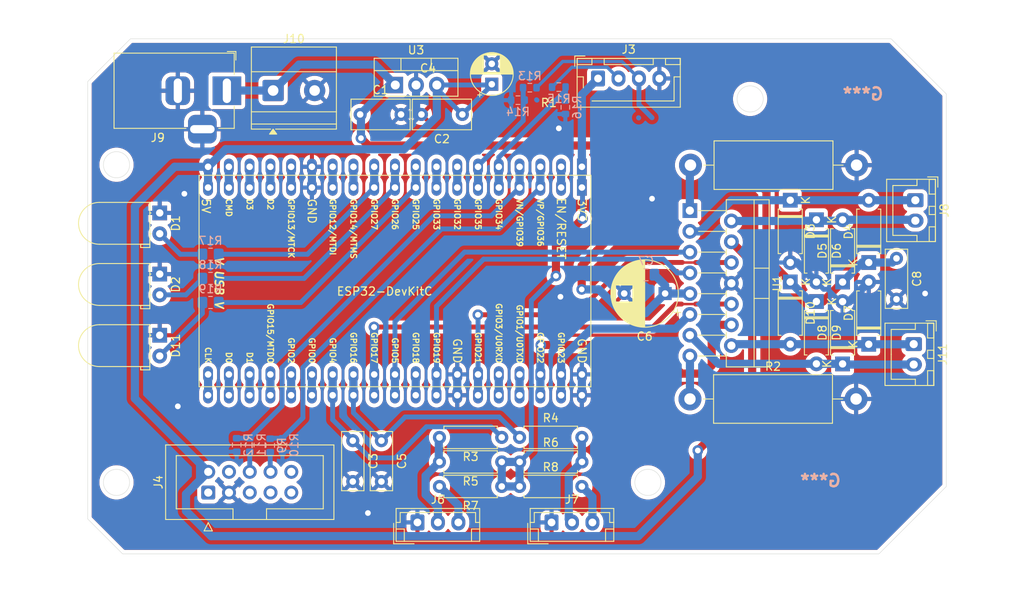
<source format=kicad_pcb>
(kicad_pcb (version 20241229) (generator "pcbnew") (generator_version "9.0")
  (layers (0 "F.Cu" signal) (2 "B.Cu" signal) (13 "F.Paste" user) (15 "B.Paste" user) (5 "F.SilkS" user "F.Silkscreen") (7 "B.SilkS" user "B.Silkscreen") (1 "F.Mask" user) (3 "B.Mask" user) (25 "Edge.Cuts" user))
  (net 0 "")
  (net 1 "GND")
  (net 2 "+12V")
  (net 3 "+5V")
  (net 4 "/azi.home")
  (net 5 "/ele.home")
  (net 6 "Net-(D1-A)")
  (net 7 "Net-(D2-A)")
  (net 8 "/Motor1.neg")
  (net 9 "/Motor1.pos")
  (net 10 "/Motor2.neg")
  (net 11 "/Motor2.pos")
  (net 12 "Net-(D11-A)")
  (net 13 "+3V3")
  (net 14 "/ele.A")
  (net 15 "/ele.B")
  (net 16 "/azi.A")
  (net 19 "/azi.B")
  (net 20 "/azi.index")
  (net 24 "/Manuel_Misc")
  (net 25 "/Manuel_down")
  (net 26 "/Manuel_Mode")
  (net 27 "/Manuel_up")
  (net 28 "/Manuel_right")
  (net 29 "/Manuel_left")
  (net 30 "Net-(J6-Pin_3)")
  (net 31 "Net-(J6-Pin_2)")
  (net 32 "Net-(J7-Pin_2)")
  (net 33 "Net-(J7-Pin_3)")
  (net 34 "Net-(U1-SENSE_A)")
  (net 35 "Net-(U1-SENSE_B)")
  (net 36 "/azi.levelB")
  (net 37 "/azi.levelA")
  (net 38 "/ele.levelB")
  (net 39 "/ele.levelA")
  (net 40 "Net-(U2-ADC2_CH7{slash}GPIO27)")
  (net 41 "Net-(U2-DAC_2{slash}ADC2_CH9{slash}GPIO26)")
  (net 42 "Net-(U2-DAC_1{slash}ADC2_CH8{slash}GPIO25)")
  (net 43 "/Motor1.CW")
  (net 44 "/Motor2.CW")
  (net 45 "/Motor1.CCW")
  (net 46 "/Motor1.PWM")
  (net 47 "/Motor2.PWM")
  (net 48 "/Motor2.CCW")
  (net 49 "unconnected-(U2-GPIO0{slash}BOOT{slash}ADC2_CH1-Pad25)")
  (net 50 "unconnected-(U2-ADC2_CH2{slash}GPIO2-Pad24)")
  (net 51 "unconnected-(U2-U0RXD{slash}GPIO3-Pad34)")
  (net 52 "unconnected-(U2-CMD-Pad18)")
  (net 53 "unconnected-(U2-CHIP_PU-Pad2)")
  (net 54 "unconnected-(U2-SD_DATA3{slash}GPIO10-Pad17)")
  (net 55 "unconnected-(U2-SD_DATA0{slash}GPIO7-Pad21)")
  (net 56 "unconnected-(U2-SD_CLK{slash}GPIO6-Pad20)")
  (net 57 "unconnected-(U2-SD_DATA1{slash}GPIO8-Pad22)")
  (net 58 "unconnected-(U2-SD_DATA2{slash}GPIO9-Pad16)")
  (net 59 "unconnected-(U2-GPIO18-Pad30)")
  (net 60 "unconnected-(U2-U0TXD{slash}GPIO1-Pad35)")
  (footprint "Capacitor_THT:CP_Radial_D8.0mm_P5.00mm" (layer "F.Cu") (at 134.6 59.4 180)
    (property "Reference" "C6")
    (property "Value" "220u")
  )
  (footprint "Connector_JST:JST_EH_B3B-EH-A_1x03_P2.50mm_Vertical" (layer "F.Cu") (at 104.31 87.4)
    (property "Reference" "J6")
    (property "Value" "Home_azi")
  )
  (footprint "Capacitor_THT:C_Rect_L7.0mm_W2.5mm_P5.00mm" (layer "F.Cu") (at 96.4 77.4 -90)
    (property "Reference" "C3")
    (property "Value" "5n")
  )
  (footprint "Resistor_THT:R_Axial_DIN0614_L14.3mm_D5.7mm_P20.32mm_Horizontal" (layer "F.Cu") (at 137.7 43.7)
    (property "Reference" "R1")
    (property "Value" "0.2")
  )
  (footprint "Resistor_THT:R_Axial_DIN0207_L6.3mm_D2.5mm_P7.62mm_Horizontal" (layer "F.Cu") (at 116.81 80)
    (property "Reference" "R6")
    (property "Value" "1k")
  )
  (footprint "Diode_THT:D_A-405_P7.62mm_Horizontal" (layer "F.Cu") (at 149.907208 57.98 -90)
    (property "Reference" "D10")
    (property "Value" "D")
  )
  (footprint "Capacitor_THT:CP_Radial_D5.0mm_P2.50mm" (layer "F.Cu") (at 113.4 33.805112 90)
    (property "Reference" "C4")
    (property "Value" "10u")
  )
  (footprint "Connector_BarrelJack:BarrelJack_Horizontal" (layer "F.Cu") (at 81 34.6)
    (property "Reference" "J9")
    (property "Value" "Barrel input")
  )
  (footprint "TerminalBlock_Phoenix:TerminalBlock_Phoenix_MKDS-1,5-2-5.08_1x02_P5.08mm_Horizontal" (layer "F.Cu") (at 86.655 34.5725)
    (property "Reference" "J10")
    (property "Value" "Vcc")
  )
  (footprint "Connector_IDC:IDC-Header_2x05_P2.54mm_Vertical" (layer "F.Cu") (at 78.72 83.75 90)
    (property "Reference" "J4")
    (property "Value" "Encoder Azimtuh")
  )
  (footprint "Resistor_THT:R_Axial_DIN0207_L6.3mm_D2.5mm_P7.62mm_Horizontal" (layer "F.Cu") (at 114.62 80 180)
    (property "Reference" "R5")
    (property "Value" "1k")
  )
  (footprint "Capacitor_THT:C_Rect_L7.0mm_W3.5mm_P5.00mm" (layer "F.Cu") (at 97.3 37.5)
    (property "Reference" "C1")
    (property "Value" "100n")
  )
  (footprint "Resistor_THT:R_Axial_DIN0614_L14.3mm_D5.7mm_P20.32mm_Horizontal" (layer "F.Cu") (at 137.64 72.3)
    (property "Reference" "R2")
    (property "Value" "0.2")
  )
  (footprint "LED_THT:LED_D5.0mm_Horizontal_O1.27mm_Z3.0mm" (layer "F.Cu") (at 72.785 57.025 -90)
    (property "Reference" "D2")
    (property "Value" "LED")
  )
  (footprint "Package_TO_SOT_THT:TO-220-3_Vertical" (layer "F.Cu") (at 101.6 33.9)
    (property "Reference" "U3")
    (property "Value" "LM7805_TO220")
  )
  (footprint "Connector_JST:JST_XH_B2B-XH-A_1x02_P2.50mm_Vertical" (layer "F.Cu") (at 165.207208 47.99 -90)
    (property "Reference" "J8")
    (property "Value" "Motor AZI")
  )
  (footprint "Diode_THT:D_A-405_P7.62mm_Horizontal" (layer "F.Cu") (at 153.107208 50.38 -90)
    (property "Reference" "D6")
    (property "Value" "D")
  )
  (footprint "Diode_THT:D_A-405_P7.62mm_Horizontal" (layer "F.Cu") (at 156.307208 68.01 90)
    (property "Reference" "D8")
    (property "Value" "D")
  )
  (footprint "Connector_JST:JST_EH_B3B-EH-A_1x03_P2.50mm_Vertical" (layer "F.Cu") (at 120.71 87.4)
    (property "Reference" "J7")
    (property "Value" "Home_ele")
  )
  (footprint "PCM_Espressif:ESP32-DevKitC" (layer "F.Cu") (at 124.42 46.44 -90)
    (property "Reference" "U2" (hide yes))
    (property "Value" "ESP32-DevKitC")
  )
  (footprint "Package_TO_SOT_THT:TO-220-15_P2.54x5.08mm_StaggerOdd_Lead4.58mm_Vertical" (layer "F.Cu") (at 137.627208 49.26 -90)
    (property "Reference" "U1")
    (property "Value" "L298N")
  )
  (footprint "Connector_JST:JST_XH_B2B-XH-A_1x02_P2.50mm_Vertical" (layer "F.Cu") (at 165.007208 65.59 -90)
    (property "Reference" "J11")
    (property "Value" "Motor ELEVATION")
  )
  (footprint "Resistor_THT:R_Axial_DIN0207_L6.3mm_D2.5mm_P7.62mm_Horizontal" (layer "F.Cu") (at 114.62 77 180)
    (property "Reference" "R3")
    (property "Value" "3k")
  )
  (footprint "Capacitor_THT:C_Rect_L7.0mm_W2.5mm_P5.00mm" (layer "F.Cu") (at 162.9 55.1 -90)
    (property "Reference" "C8")
    (property "Value" "100n")
  )
  (footprint "Connector_JST:JST_XH_B4B-XH-AM_1x04_P2.50mm_Vertical" (layer "F.Cu") (at 126.4 33.1)
    (property "Reference" "J3")
    (property "Value" "Conn_01x04_Pin")
  )
  (footprint "Diode_THT:D_A-405_P7.62mm_Horizontal" (layer "F.Cu") (at 156.307208 58 90)
    (property "Reference" "D5")
    (property "Value" "D")
  )
  (footprint "Capacitor_THT:C_Rect_L7.0mm_W3.5mm_P5.00mm" (layer "F.Cu") (at 109.8 37.5 180)
    (property "Reference" "C2")
    (property "Value" "100n")
  )
  (footprint "Resistor_THT:R_Axial_DIN0207_L6.3mm_D2.5mm_P7.62mm_Horizontal" (layer "F.Cu") (at 114.62 83 180)
    (property "Reference" "R7")
    (property "Value" "300")
  )
  (footprint "LED_THT:LED_D5.0mm_Horizontal_O1.27mm_Z3.0mm" (layer "F.Cu") (at 72.785 64.505 -90)
    (property "Reference" "D11")
    (property "Value" "LED")
  )
  (footprint "Diode_THT:D_A-405_P7.62mm_Horizontal" (layer "F.Cu") (at 159.507208 65.61 90)
    (property "Reference" "D7")
    (property "Value" "D")
  )
  (footprint "Diode_THT:D_A-405_P7.62mm_Horizontal" (layer "F.Cu") (at 153.107208 60.38 -90)
    (property "Reference" "D9")
    (property "Value" "D")
  )
  (footprint "Diode_THT:D_A-405_P7.62mm_Horizontal" (layer "F.Cu") (at 159.507208 55.61 90)
    (property "Reference" "D4")
    (property "Value" "D")
  )
  (footprint "Diode_THT:D_A-405_P7.62mm_Horizontal" (layer "F.Cu") (at 149.907208 47.99 -90)
    (property "Reference" "D3")
    (property "Value" "D")
  )
  (footprint "LED_THT:LED_D5.0mm_Horizontal_O1.27mm_Z3.0mm" (layer "F.Cu") (at 72.785 49.545 -90)
    (property "Reference" "D1")
    (property "Value" "LED")
  )
  (footprint "Resistor_THT:R_Axial_DIN0207_L6.3mm_D2.5mm_P7.62mm_Horizontal" (layer "F.Cu") (at 116.8 83)
    (property "Reference" "R8")
    (property "Value" "300")
  )
  (footprint "Capacitor_THT:C_Rect_L7.0mm_W2.5mm_P5.00mm" (layer "F.Cu") (at 99.9 77.4 -90)
    (property "Reference" "C5")
    (property "Value" "5n")
  )
  (footprint "Resistor_THT:R_Axial_DIN0207_L6.3mm_D2.5mm_P7.62mm_Horizontal" (layer "F.Cu") (at 116.8 77)
    (property "Reference" "R4")
    (property "Value" "3k")
  )
  (footprint "Resistor_SMD:R_0603_1608Metric" (layer "B.Cu") (at 87.8 77.925 90)
    (property "Reference" "R10")
    (property "Value" "1k8")
  )
  (footprint "Resistor_SMD:R_0603_1608Metric" (layer "B.Cu") (at 86.3 77.975 90)
    (property "Reference" "R9")
    (property "Value" "1k")
  )
  (footprint "Resistor_SMD:R_0603_1608Metric" (layer "B.Cu") (at 116.6 35.75)
    (property "Reference" "R14")
    (property "Value" "1k8")
  )
  (footprint "Resistor_SMD:R_0603_1608Metric" (layer "B.Cu") (at 118.05 34.225 180)
    (property "Reference" "R13")
    (property "Value" "1k")
  )
  (footprint "Resistor_SMD:R_0805_2012Metric_Pad1.20x1.40mm_HandSolder" (layer "B.Cu") (at 79 54.6 180)
    (property "Reference" "R17")
    (property "Value" "300")
  )
  (footprint "Resistor_SMD:R_0603_1608Metric" (layer "B.Cu") (at 83.8 77.925 90)
    (property "Reference" "R11")
    (property "Value" "1k")
  )
  (footprint "Capacitor_SMD:C_0805_2012Metric_Pad1.18x1.45mm_HandSolder" (layer "B.Cu") (at 132.2625 57.1 180)
    (property "Reference" "C7")
    (property "Value" "100n")
  )
  (footprint "LOGO" (layer "B.Cu") (at 158.8 35 180)
    (property "Reference" "G***")
    (property "Value" "LOGO" (hide yes))
  )
  (footprint "Resistor_SMD:R_0603_1608Metric" (layer "B.Cu") (at 121.6 34.15)
    (property "Reference" "R15")
    (property "Value" "1k")
  )
  (footprint "Resistor_SMD:R_0805_2012Metric_Pad1.20x1.40mm_HandSolder" (layer "B.Cu") (at 79 60.5 180)
    (property "Reference" "R19")
    (property "Value" "300")
  )
  (footprint "LOGO" (layer "B.Cu") (at 153.598553 82.288546 180)
    (property "Reference" "G***")
    (property "Value" "LOGO" (hide yes))
  )
  (footprint "Resistor_SMD:R_0805_2012Metric_Pad1.20x1.40mm_HandSolder" (layer "B.Cu") (at 79 57.55 180)
    (property "Reference" "R18")
    (property "Value" "300")
  )
  (footprint "Resistor_SMD:R_0603_1608Metric" (layer "B.Cu") (at 82.2 77.925 90)
    (property "Reference" "R12")
    (property "Value" "1k8")
  )
  (footprint "Resistor_SMD:R_0603_1608Metric" (layer "B.Cu") (at 122.4 36.625 90)
    (property "Reference" "R16")
    (property "Value" "1k8")
  )
  (gr_circle (center 67.5 82.5) (end 69.1 82.5) (stroke (width 0.05)) (fill no) (layer "Edge.Cuts"))
  (gr_circle (center 67.5 43.65) (end 69.1 43.65) (stroke (width 0.05)) (fill no) (layer "Edge.Cuts"))
  (gr_circle (center 132.5 82.5) (end 134.1 82.5) (stroke (width 0.05)) (fill no) (layer "Edge.Cuts"))
  (gr_poly (pts (xy 63.975 86.975) (xy 68.25 91.25) (xy 160.75 91.25) (xy 169 83) (xy 169 35) (xy 162.25 28.25) (xy 69.2 28.25) (xy 63.975 33.475)) (stroke (width 0.05)) (fill no) (layer "Edge.Cuts"))
  (gr_circle (center 145 35.6) (end 146.6 35.6) (stroke (width 0.05)) (fill no) (layer "Edge.Cuts"))
  (segment (start 131.375 37.925) (end 131.35 37.9) (width 0.6) (layer "B.Cu") (net 0))
  (via (at 75 73.2) (size 1.3) (drill 0.7) (layers "F.Cu" "B.Cu") (net 1))
  (via (at 98.25 86.25) (size 1.3) (drill 0.7) (layers "F.Cu" "B.Cu") (net 1))
  (via (at 75.8 47.2) (size 1.3) (drill 0.7) (layers "F.Cu" "B.Cu") (net 1))
  (via (at 121.6 39.2) (size 1.3) (drill 0.7) (layers "F.Cu" "B.Cu") (net 1))
  (via (at 133 47.8) (size 1.3) (drill 0.7) (layers "F.Cu" "B.Cu") (net 1))
  (via (at 166.4 59.4) (size 1.3) (drill 0.7) (layers "F.Cu" "B.Cu") (net 1))
  (via (at 121.8 59.8) (size 1.3) (drill 0.7) (layers "F.Cu" "B.Cu") (net 1))
  (segment (start 153.107208 58) (end 150.717208 55.61) (width 1) (layer "B.Cu") (net 1))
  (segment (start 150.717208 55.61) (end 149.907208 55.61) (width 1) (layer "B.Cu") (net 1))
  (segment (start 129.6 59.4) (end 129.6 58.725) (width 1) (layer "B.Cu") (net 1))
  (segment (start 124.42 71.84096) (end 124.41728 71.84368) (width 1) (layer "B.Cu") (net 1))
  (segment (start 104.8 37.5) (end 102.3 37.5) (width 1) (layer "B.Cu") (net 1))
  (segment (start 156.007208 60.39) (end 154.496208 58.879) (width 0.6) (layer "B.Cu") (net 1))
  (segment (start 109.18 71.84096) (end 109.17728 71.84368) (width 1) (layer "B.Cu") (net 1))
  (segment (start 156.307208 60.39) (end 156.007208 60.39) (width 0.6) (layer "B.Cu") (net 1))
  (segment (start 153.986208 58.879) (end 153.107208 58) (width 0.6) (layer "B.Cu") (net 1))
  (segment (start 104.14 33.9) (end 104.14 36.84) (width 1) (layer "B.Cu") (net 1))
  (segment (start 129.6 58.725) (end 131.225 57.1) (width 1) (layer "B.Cu") (net 1))
  (segment (start 156.307208 60.39) (end 157.107208 60.39) (width 1) (layer "B.Cu") (net 1))
  (segment (start 104.14 36.84) (end 104.8 37.5) (width 1) (layer "B.Cu") (net 1))
  (segment (start 157.107208 60.39) (end 159.507208 57.99) (width 1) (layer "B.Cu") (net 1))
  (segment (start 124.42 69.3) (end 124.42 71.84096) (width 1) (layer "B.Cu") (net 1))
  (segment (start 91.4 46.44) (end 91.4 43.9) (width 1) (layer "B.Cu") (net 1))
  (segment (start 109.18 69.3) (end 109.18 71.84096) (width 1) (layer "B.Cu") (net 1))
  (segment (start 154.496208 58.879) (end 153.986208 58.879) (width 0.6) (layer "B.Cu") (net 1))
  (segment (start 129.775 42.025) (end 127.725 42.025) (width 1) (layer "F.Cu") (net 2))
  (segment (start 156.29163 58) (end 156.307208 58) (width 1) (layer "F.Cu") (net 2))
  (segment (start 126.9 41.3) (end 127.675 42.075) (width 1) (layer "F.Cu") (net 2))
  (segment (start 128.75 43.05) (end 128.75 41.3) (width 1) (layer "F.Cu") (net 2))
  (segment (start 124.4 56) (end 124.4 58.9) (width 1) (layer "F.Cu") (net 2))
  (segment (start 128.7 43.1) (end 129.775 42.025) (width 1) (layer "F.Cu") (net 2))
  (segment (start 153.91163 60.38) (end 156.29163 58) (width 1) (layer "F.Cu") (net 2))
  (segment (start 141.4 41.3) (end 131.25 41.3) (width 1) (layer "F.Cu") (net 2))
  (segment (start 127.725 42.025) (end 127.675 42.075) (width 1) (layer "F.Cu") (net 2))
  (segment (start 97.4 40.4) (end 98.3 41.3) (width 1) (layer "F.Cu") (net 2))
  (segment (start 128.7 51.7) (end 124.4 56) (width 1) (layer "F.Cu") (net 2))
  (segment (start 98.3 41.3) (end 126.9 41.3) (width 1) (layer "F.Cu") (net 2))
  (segment (start 131.25 41.3) (end 128.75 41.3) (width 1) (layer "F.Cu") (net 2))
  (segment (start 128.7 43.1) (end 128.7 51.7) (width 1) (layer "F.Cu") (net 2))
  (segment (start 128.75 41.3) (end 126.9 41.3) (width 1) (layer "F.Cu") (net 2))
  (segment (start 128.7 43.1) (end 128.75 43.05) (width 1) (layer "F.Cu") (net 2))
  (segment (start 147 46.9) (end 141.4 41.3) (width 1) (layer "F.Cu") (net 2))
  (segment (start 149.907208 57.98) (end 147 55.072792) (width 1) (layer "F.Cu") (net 2))
  (segment (start 127.675 42.075) (end 128.7 43.1) (width 1) (layer "F.Cu") (net 2))
  (segment (start 147 55.072792) (end 147 46.9) (width 1) (layer "F.Cu") (net 2))
  (segment (start 153.107208 60.38) (end 153.91163 60.38) (width 1) (layer "F.Cu") (net 2))
  (segment (start 130.5 41.3) (end 131.25 41.3) (width 1) (layer "F.Cu") (net 2))
  (segment (start 129.775 42.025) (end 130.5 41.3) (width 1) (layer "F.Cu") (net 2))
  (via (at 124.4 58.9) (size 1.3) (drill 0.7) (layers "F.Cu" "B.Cu") (net 2))
  (via (at 97.4 40.4) (size 1.3) (drill 0.7) (layers "F.Cu" "B.Cu") (net 2))
  (segment (start 129.4 61.8) (end 132.2 61.8) (width 1) (layer "B.Cu") (net 2))
  (segment (start 156.307208 58) (end 158.697208 55.61) (width 1) (layer "B.Cu") (net 2))
  (segment (start 134.6 59.4) (end 134.6 58.4) (width 1) (layer "B.Cu") (net 2))
  (segment (start 97.3 37.5) (end 100.9 33.9) (width 1) (layer "B.Cu") (net 2))
  (segment (start 132.2 61.8) (end 134.6 59.4) (width 1) (layer "B.Cu") (net 2))
  (segment (start 134.6 58.4) (end 133.3 57.1) (width 1) (layer "B.Cu") (net 2))
  (segment (start 89.8275 31.4) (end 99.1 31.4) (width 1) (layer "B.Cu") (net 2))
  (segment (start 97.4 40.4) (end 97.4 37.6) (width 1) (layer "B.Cu") (net 2))
  (segment (start 137.607208 59.4) (end 137.627208 59.42) (width 1) (layer "B.Cu") (net 2))
  (segment (start 152.307208 60.38) (end 149.907208 57.98) (width 1) (layer "B.Cu") (net 2))
  (segment (start 153.107208 60.38) (end 152.307208 60.38) (width 1) (layer "B.Cu") (net 2))
  (segment (start 99.1 31.4) (end 101.6 33.9) (width 1) (layer "B.Cu") (net 2))
  (segment (start 124.4 58.9) (end 126.5 58.9) (width 1) (layer "B.Cu") (net 2))
  (segment (start 159.507208 55.61) (end 162.39 55.61) (width 1) (layer "B.Cu") (net 2))
  (segment (start 81.0275 34.5725) (end 81 34.6) (width 1) (layer "B.Cu") (net 2))
  (segment (start 100.9 33.9) (end 101.6 33.9) (width 1) (layer "B.Cu") (net 2))
  (segment (start 162.39 55.61) (end 162.9 55.1) (width 1) (layer "B.Cu") (net 2))
  (segment (start 86.655 34.5725) (end 89.8275 31.4) (width 1) (layer "B.Cu") (net 2))
  (segment (start 97.4 37.6) (end 97.3 37.5) (width 1) (layer "B.Cu") (net 2))
  (segment (start 134.6 59.4) (end 137.607208 59.4) (width 1) (layer "B.Cu") (net 2))
  (segment (start 126.5 58.9) (end 129.4 61.8) (width 1) (layer "B.Cu") (net 2))
  (segment (start 86.655 34.5725) (end 81.0275 34.5725) (width 1) (layer "B.Cu") (net 2))
  (segment (start 158.697208 55.61) (end 159.507208 55.61) (width 1) (layer "B.Cu") (net 2))
  (segment (start 145.25 71.95) (end 145.25 55.612792) (width 1) (layer "F.Cu") (net 3))
  (segment (start 145.25 55.612792) (end 142.707208 53.07) (width 1) (layer "F.Cu") (net 3))
  (segment (start 138.6 78.6) (end 145.25 71.95) (width 1) (layer "F.Cu") (net 3))
  (via (at 138.6 78.6) (size 1.3) (drill 0.7) (layers "F.Cu" "B.Cu") (net 3))
  (segment (start 112.6 33.894888) (end 106.685112 33.894888) (width 0.6) (layer "B.Cu") (net 3))
  (segment (start 77.719156 80.280844) (end 77.755 80.245) (width 1) (layer "B.Cu") (net 3))
  (segment (start 109.8 37.494888) (end 113.5 33.794888) (width 0.6) (layer "B.Cu") (net 3))
  (segment (start 77.731 82.199) (end 77.719156 82.199) (width 1) (layer "B.Cu") (net 3))
  (segment (start 78.72 81.21) (end 77.755 80.245) (width 1) (layer "B.Cu") (net 3))
  (segment (start 106.68 33.9) (end 106.68 34.38) (width 0.6) (layer "B.Cu") (net 3))
  (segment (start 109.8 37.5) (end 109.8 37.494888) (width 0.6) (layer "B.Cu") (net 3))
  (segment (start 106.68 37.742735) (end 106.68 33.9) (width 1) (layer "B.Cu") (net 3))
  (segment (start 80.849 41.751) (end 102.671735 41.751) (width 1) (layer "B.Cu") (net 3))
  (segment (start 69.75 48.75) (end 74.6 43.9) (width 1) (layer "B.Cu") (net 3))
  (segment (start 138.6 81.8) (end 131.324 89.076) (width 1) (layer "B.Cu") (net 3))
  (segment (start 78.7 43.9) (end 80.849 41.751) (width 1) (layer "B.Cu") (net 3))
  (segment (start 102.671735 41.751) (end 106.68 37.742735) (width 1) (layer "B.Cu") (net 3))
  (segment (start 138.6 78.6) (end 138.6 81.8) (width 1) (layer "B.Cu") (net 3))
  (segment (start 77.169 82.749156) (end 77.719156 82.199) (width 1) (layer "B.Cu") (net 3))
  (segment (start 77.755 80.245) (end 69.75 72.24) (width 1) (layer "B.Cu") (net 3))
  (segment (start 78.7 46.44) (end 78.7 43.9) (width 1) (layer "B.Cu") (net 3))
  (segment (start 76 86) (end 76 83.93) (width 1) (layer "B.Cu") (net 3))
  (segment (start 76 83.93) (end 77.169 82.761) (width 1) (layer "B.Cu") (net 3))
  (segment (start 77.719156 82.199) (end 77.719156 80.280844) (width 1) (layer "B.Cu") (net 3))
  (segment (start 69.75 72.24) (end 69.75 48.75) (width 1) (layer "B.Cu") (net 3))
  (segment (start 79.076 89.076) (end 76 86) (width 1) (layer "B.Cu") (net 3))
  (segment (start 78.72 81.21) (end 77.731 82.199) (width 1) (layer "B.Cu") (net 3))
  (segment (start 106.685112 33.894888) (end 106.68 33.9) (width 0.6) (layer "B.Cu") (net 3))
  (segment (start 77.169 82.761) (end 77.169 82.749156) (width 1) (layer "B.Cu") (net 3))
  (segment (start 74.6 43.9) (end 78.7 43.9) (width 1) (layer "B.Cu") (net 3))
  (segment (start 131.324 89.076) (end 79.076 89.076) (width 1) (layer "B.Cu") (net 3))
  (segment (start 106.68 34.38) (end 109.8 37.5) (width 0.6) (layer "B.Cu") (net 3))
  (segment (start 114.62 77) (end 113.319 75.699) (width 0.6) (layer "B.Cu") (net 4))
  (segment (start 101.6 79.5) (end 98.5 79.5) (width 0.6) (layer "B.Cu") (net 4))
  (segment (start 98.5 79.5) (end 96.4 77.4) (width 0.6) (layer "B.Cu") (net 4))
  (segment (start 93.94 69.3) (end 93.94 71.84096) (width 1) (layer "B.Cu") (net 4))
  (segment (start 105.401 75.699) (end 101.6 79.5) (width 0.6) (layer "B.Cu") (net 4))
  (segment (start 93.94 71.84096) (end 93.93728 71.84368) (width 1) (layer "B.Cu") (net 4))
  (segment (start 93.93728 74.83728) (end 93.93728 71.84368) (width 0.6) (layer "B.Cu") (net 4))
  (segment (start 113.319 75.699) (end 105.401 75.699) (width 0.6) (layer "B.Cu") (net 4))
  (segment (start 96.4 77.3) (end 93.93728 74.83728) (width 0.6) (layer "B.Cu") (net 4))
  (segment (start 96.4 77.4) (end 96.4 77.3) (width 0.6) (layer "B.Cu") (net 4))
  (segment (start 96.47728 69.30272) (end 96.48 69.3) (width 1) (layer "B.Cu") (net 5))
  (segment (start 116.8 77) (end 114.3 74.5) (width 0.6) (layer "B.Cu") (net 5))
  (segment (start 96.47728 71.84368) (end 96.47728 69.30272) (width 1) (layer "B.Cu") (net 5))
  (segment (start 114.3 74.5) (end 102.8 74.5) (width 0.6) (layer "B.Cu") (net 5))
  (segment (start 96.47728 73.97728) (end 96.47728 71.84368) (width 0.6) (layer "B.Cu") (net 5))
  (segment (start 99.9 77.4) (end 96.47728 73.97728) (width 0.6) (layer "B.Cu") (net 5))
  (segment (start 102.8 74.5) (end 99.9 77.4) (width 0.6) (layer "B.Cu") (net 5))
  (segment (start 78 54.6) (end 75.3 54.6) (width 0.6) (layer "B.Cu") (net 6))
  (segment (start 75.3 54.6) (end 72.785 52.085) (width 0.6) (layer "B.Cu") (net 6))
  (segment (start 75.985 59.565) (end 78 57.55) (width 0.6) (layer "B.Cu") (net 7))
  (segment (start 72.785 59.565) (end 75.985 59.565) (width 0.6) (layer "B.Cu") (net 7))
  (segment (start 138.9 51.8) (end 142.71 47.99) (width 1) (layer "B.Cu") (net 8))
  (segment (start 137.627208 51.8) (end 138.9 51.8) (width 1) (layer "B.Cu") (net 8))
  (segment (start 165.207208 47.99) (end 159.507208 47.99) (width 1) (layer "B.Cu") (net 8))
  (segment (start 159.507208 47.99) (end 149.907208 47.99) (width 1) (layer "B.Cu") (net 8))
  (segment (start 142.71 47.99) (end 150.007208 47.99) (width 1) (layer "B.Cu") (net 8))
  (segment (start 165.097208 50.38) (end 165.207208 50.49) (width 1) (layer "B.Cu") (net 9))
  (segment (start 142.707208 50.53) (end 149.567208 50.53) (width 1) (layer "B.Cu") (net 9))
  (segment (start 149.567208 50.53) (end 149.597208 50.5) (width 1) (layer "B.Cu") (net 9))
  (segment (start 149.567208 50.53) (end 149.607208 50.49) (width 1) (layer "B.Cu") (net 9))
  (segment (start 156.307208 50.38) (end 165.097208 50.38) (width 1) (layer "B.Cu") (net 9))
  (segment (start 149.597208 50.5) (end 156.307208 50.5) (width 1) (layer "B.Cu") (net 9))
  (segment (start 142.877208 65.6) (end 142.707208 65.77) (width 1) (layer "B.Cu") (net 10))
  (segment (start 159.507208 65.61) (end 164.987208 65.61) (width 1) (layer "B.Cu") (net 10))
  (segment (start 149.907208 65.6) (end 142.877208 65.6) (width 1) (layer "B.Cu") (net 10))
  (segment (start 149.907208 65.6) (end 159.497208 65.6) (width 1) (layer "B.Cu") (net 10))
  (segment (start 164.987208 65.61) (end 165.007208 65.59) (width 1) (layer "B.Cu") (net 10))
  (segment (start 159.497208 65.6) (end 159.507208 65.61) (width 1) (layer "B.Cu") (net 10))
  (segment (start 165.007208 68.09) (end 156.387208 68.09) (width 1) (layer "B.Cu") (net 11))
  (segment (start 137.627208 64.5) (end 141.127208 68) (width 1) (layer "B.Cu") (net 11))
  (segment (start 156.297208 68) (end 156.307208 68.01) (width 1) (layer "B.Cu") (net 11))
  (segment (start 141.127208 68) (end 153.107208 68) (width 1) (layer "B.Cu") (net 11))
  (segment (start 156.387208 68.09) (end 156.307208 68.01) (width 1) (layer "B.Cu") (net 11))
  (segment (start 153.107208 68) (end 156.297208 68) (width 1) (layer "B.Cu") (net 11))
  (segment (start 72.785 67.045) (end 78 61.83) (width 0.6) (layer "B.Cu") (net 12))
  (segment (start 78 61.83) (end 78 60.5) (width 0.6) (layer "B.Cu") (net 12))
  (segment (start 121.25 53.5) (end 124.5 50.25) (width 1) (layer "F.Cu") (net 13))
  (segment (start 121.25 57.25) (end 121.25 53.5) (width 1) (layer "F.Cu") (net 13))
  (via (at 121.25 57.25) (size 1.3) (drill 0.7) (layers "F.Cu" "B.Cu") (net 13))
  (via (at 124.5 50.25) (size 1.3) (drill 0.7) (layers "F.Cu" "B.Cu") (net 13))
  (segment (start 116.8 83) (end 116.8 80.01) (width 1) (layer "B.Cu") (net 13))
  (segment (start 116.81 80) (end 114.62 80) (width 1) (layer "B.Cu") (net 13))
  (segment (start 124.42 46.44) (end 124.42 43.9) (width 1) (layer "B.Cu") (net 13))
  (segment (start 118.23628 78.57372) (end 118.23628 60.26372) (width 0.6) (layer "B.Cu") (net 13))
  (segment (start 124.42 35.08) (end 126.4 33.1) (width 1) (layer "B.Cu") (net 13))
  (segment (start 124.5 46.52) (end 124.42 46.44) (width 0.6) (layer "B.Cu") (net 13))
  (segment (start 114.62 83) (end 114.62 80) (width 1) (layer "B.Cu") (net 13))
  (segment (start 124.5 50.25) (end 124.5 46.52) (width 0.6) (layer "B.Cu") (net 13))
  (segment (start 118.23628 60.26372) (end 121.25 57.25) (width 0.6) (layer "B.Cu") (net 13))
  (segment (start 116.8 80.01) (end 116.81 80) (width 1) (layer "B.Cu") (net 13))
  (segment (start 124.42 43.9) (end 124.42 35.08) (width 1) (layer "B.Cu") (net 13))
  (segment (start 116.81 80) (end 118.23628 78.57372) (width 0.6) (layer "B.Cu") (net 13))
  (segment (start 116.8 83) (end 114.62 83) (width 1) (layer "B.Cu") (net 13))
  (segment (start 120.775 34.15) (end 123.201 31.724) (width 0.4) (layer "B.Cu") (net 14))
  (segment (start 127.524 31.724) (end 128.9 33.1) (width 0.4) (layer "B.Cu") (net 14))
  (segment (start 123.201 31.724) (end 127.524 31.724) (width 0.4) (layer "B.Cu") (net 14))
  (segment (start 129.323 31.023) (end 122.077 31.023) (width 0.4) (layer "B.Cu") (net 15))
  (segment (start 131.4 33.1) (end 129.323 31.023) (width 0.4) (layer "B.Cu") (net 15))
  (segment (start 133 37.9) (end 131.4 36.3) (width 0.6) (layer "B.Cu") (net 15))
  (segment (start 131.4 36.3) (end 131.4 33.1) (width 0.6) (layer "B.Cu") (net 15))
  (segment (start 122.077 31.023) (end 118.875 34.225) (width 0.4) (layer "B.Cu") (net 15))
  (segment (start 83.8 78.75) (end 83.8 81.21) (width 0.6) (layer "B.Cu") (net 16))
  (segment (start 86.3 78.8) (end 86.3 81.17) (width 0.6) (layer "B.Cu") (net 19))
  (segment (start 86.3 81.17) (end 86.34 81.21) (width 0.6) (layer "B.Cu") (net 19))
  (segment (start 106.64 46.44) (end 106.64 43.9) (width 1) (layer "B.Cu") (net 24))
  (segment (start 93.94 46.44) (end 93.94 43.9) (width 1) (layer "B.Cu") (net 25))
  (segment (start 109.18 46.44) (end 109.18 43.9) (width 1) (layer "B.Cu") (net 26))
  (segment (start 96.48 46.44) (end 96.48 43.9) (width 1) (layer "B.Cu") (net 27))
  (segment (start 86.32 69.3) (end 86.32 71.84096) (width 1) (layer "B.Cu") (net 28))
  (segment (start 86.32 71.84096) (end 86.31728 71.84368) (width 1) (layer "B.Cu") (net 28))
  (segment (start 88.86 46.44) (end 88.86 43.9) (width 1) (layer "B.Cu") (net 29))
  (segment (start 109.31 85.31) (end 107 83) (width 1) (layer "B.Cu") (net 30))
  (segment (start 109.31 87.4) (end 109.31 85.31) (width 1) (layer "B.Cu") (net 30))
  (segment (start 106.81 87.4) (end 106.81 85.5) (width 1) (layer "B.Cu") (net 31))
  (segment (start 105.31 81.69) (end 107 80) (width 1) (layer "B.Cu") (net 31))
  (segment (start 106.81 85.5) (end 105.31 84) (width 1) (layer "B.Cu") (net 31))
  (segment (start 105.31 84) (end 105.31 81.69) (width 1) (layer "B.Cu") (net 31))
  (segment (start 106.92 80) (end 106.92 77) (width 1) (layer "B.Cu") (net 31))
  (segment (start 124.42 77) (end 124.42 79.99) (width 1) (layer "B.Cu") (net 32))
  (segment (start 122.819 81.611) (end 124.43 80) (width 1) (layer "B.Cu") (net 32))
  (segment (start 123.21 87.4) (end 122.819 87.009) (width 1) (layer "B.Cu") (net 32))
  (segment (start 124.42 79.99) (end 124.43 80) (width 1) (layer "B.Cu") (net 32))
  (segment (start 122.819 87.009) (end 122.819 81.611) (width 1) (layer "B.Cu") (net 32))
  (segment (start 125.71 87.4) (end 125.71 84.29) (width 1) (layer "B.Cu") (net 33))
  (segment (start 125.71 84.29) (end 124.42 83) (width 1) (layer "B.Cu") (net 33))
  (segment (start 137.627208 49.26) (end 137.627208 43.772792) (width 1) (layer "B.Cu") (net 34))
  (segment (start 137.627208 43.772792) (end 137.7 43.7) (width 1) (layer "B.Cu") (net 34))
  (segment (start 137.64 67.052792) (end 137.627208 67.04) (width 1) (layer "B.Cu") (net 35))
  (segment (start 137.64 72.3) (end 137.64 67.052792) (width 1) (layer "B.Cu") (net 35))
  (segment (start 90.29628 68.446671) (end 107.242951 51.5) (width 0.6) (layer "B.Cu") (net 36))
  (segment (start 90.29628 74.60372) (end 90.29628 68.446671) (width 0.6) (layer "B.Cu") (net 36))
  (segment (start 119.34 46.44) (end 119.34 43.9) (width 1) (layer "B.Cu") (net 36))
  (segment (start 87.8 77.1) (end 86.35 77.1) (width 0.6) (layer "B.Cu") (net 36))
  (segment (start 86.35 77.1) (end 86.3 77.15) (width 0.6) (layer "B.Cu") (net 36))
  (segment (start 87.8 77.1) (end 90.29628 74.60372) (width 0.6) (layer "B.Cu") (net 36))
  (segment (start 114.28 51.5) (end 119.34 46.44) (width 0.6) (layer "B.Cu") (net 36))
  (segment (start 107.242951 51.5) (end 114.28 51.5) (width 0.6) (layer "B.Cu") (net 36))
  (segment (start 83.8 77.1) (end 87.75628 73.14372) (width 0.6) (layer "B.Cu") (net 37))
  (segment (start 87.75628 73.14372) (end 87.75628 68.446671) (width 0.6) (layer "B.Cu") (net 37))
  (segment (start 87.75628 68.446671) (end 106.302951 49.9) (width 0.6) (layer "B.Cu") (net 37))
  (segment (start 106.302951 49.9) (end 113.34 49.9) (width 0.6) (layer "B.Cu") (net 37))
  (segment (start 116.8 46.44) (end 116.8 43.9) (width 1) (layer "B.Cu") (net 37))
  (segment (start 113.34 49.9) (end 116.8 46.44) (width 0.6) (layer "B.Cu") (net 37))
  (segment (start 83.8 77.1) (end 82.2 77.1) (width 0.6) (layer "B.Cu") (net 37))
  (segment (start 117.25 35.75) (end 117.25 34.25) (width 0.6) (layer "B.Cu") (net 38))
  (segment (start 111.72 43.9) (end 111.72 43.28) (width 0.4) (layer "B.Cu") (net 38))
  (segment (start 111.72 46.44) (end 111.72 43.9) (width 1) (layer "B.Cu") (net 38))
  (segment (start 111.72 43.9) (end 111.72 43.78) (width 0.6) (layer "B.Cu") (net 38))
  (segment (start 117.25 38.25) (end 117.25 35.75) (width 0.6) (layer "B.Cu") (net 38))
  (segment (start 111.72 43.78) (end 117.25 38.25) (width 0.6) (layer "B.Cu") (net 38))
  (segment (start 118.875 35.7) (end 118.925 35.75) (width 0.6) (layer "B.Cu") (net 38))
  (segment (start 122.425 34.575) (end 122.425 34.15) (width 0.6) (layer "B.Cu") (net 39))
  (segment (start 122.425 34.15) (end 122.425 35.775) (width 0.6) (layer "B.Cu") (net 39))
  (segment (start 122.4 35.8) (end 121.8 35.2) (width 0.6) (layer "B.Cu") (net 39))
  (segment (start 122.425 35.775) (end 122.4 35.8) (width 0.6) (layer "B.Cu") (net 39))
  (segment (start 114.26 42.74) (end 121.8 35.2) (width 0.6) (layer "B.Cu") (net 39))
  (segment (start 121.8 35.2) (end 122.425 34.575) (width 0.6) (layer "B.Cu") (net 39))
  (segment (start 114.26 43.9) (end 114.26 42.74) (width 0.6) (layer "B.Cu") (net 39))
  (segment (start 114.26 46.44) (end 114.26 43.9) (width 1) (layer "B.Cu") (net 39))
  (segment (start 90.86 54.6) (end 99.02 46.44) (width 0.6) (layer "B.Cu") (net 40))
  (segment (start 80 54.6) (end 90.86 54.6) (width 0.6) (layer "B.Cu") (net 40))
  (segment (start 99.02 46.44) (end 99.02 43.9) (width 1) (layer "B.Cu") (net 40))
  (segment (start 80 57.55) (end 90.45 57.55) (width 0.6) (layer "B.Cu") (net 41))
  (segment (start 101.56 46.44) (end 101.56 43.9) (width 1) (layer "B.Cu") (net 41))
  (segment (start 90.45 57.55) (end 101.56 46.44) (width 0.6) (layer "B.Cu") (net 41))
  (segment (start 80 60.5) (end 90.04 60.5) (width 0.6) (layer "B.Cu") (net 42))
  (segment (start 104.1 46.44) (end 104.1 43.9) (width 1) (layer "B.Cu") (net 42))
  (segment (start 90.04 60.5) (end 104.1 46.44) (width 0.6) (layer "B.Cu") (net 42))
  (segment (start 101.56 69.3) (end 101.56 71.84096) (width 1) (layer "B.Cu") (net 43))
  (segment (start 101.56 71.84096) (end 101.55728 71.84368) (width 1) (layer "B.Cu") (net 43))
  (segment (start 137.627208 54.34) (end 110.06 54.34) (width 0.6) (layer "B.Cu") (net 43))
  (segment (start 101.56 62.84) (end 101.56 69.3) (width 0.6) (layer "B.Cu") (net 43))
  (segment (start 110.06 54.34) (end 101.56 62.84) (width 0.6) (layer "B.Cu") (net 43))
  (segment (start 136.61 60.69) (end 135.91 60.69) (width 0.6) (layer "F.Cu") (net 44))
  (segment (start 142.707208 60.69) (end 138.338522 60.69) (width 0.6) (layer "F.Cu") (net 44))
  (segment (start 135.91 60.69) (end 133.1 63.5) (width 0.6) (layer "F.Cu") (net 44))
  (segment (start 99 63.5) (end 98.9 63.6) (width 0.3) (layer "F.Cu") (net 44))
  (segment (start 133.1 63.5) (end 99 63.5) (width 0.6) (layer "F.Cu") (net 44))
  (segment (start 138.338522 60.69) (end 136.61 60.69) (width 0.3) (layer "F.Cu") (net 44))
  (via (at 99 63.5) (size 1.3) (drill 0.7) (layers "F.Cu" "B.Cu") (net 44))
  (via (at 99 63.5) (size 1.3) (drill 0.7) (layers "F.Cu" "B.Cu") (net 44))
  (segment (start 99 63.5) (end 99 69.28) (width 1) (layer "B.Cu") (net 44))
  (segment (start 99.02 69.3) (end 99.02 71.84096) (width 1) (layer "B.Cu") (net 44))
  (segment (start 99 69.28) (end 99.02 69.3) (width 1) (layer "B.Cu") (net 44))
  (segment (start 99.02 71.84096) (end 99.01728 71.84368) (width 1) (layer "B.Cu") (net 44))
  (segment (start 134.4 55.2) (end 112.4 55.2) (width 0.6) (layer "B.Cu") (net 45))
  (segment (start 106.64 71.84096) (end 106.63728 71.84368) (width 1) (layer "B.Cu") (net 45))
  (segment (start 106.64 69.3) (end 106.64 71.84096) (width 1) (layer "B.Cu") (net 45))
  (segment (start 106.64 60.96) (end 106.64 69.3) (width 0.6) (layer "B.Cu") (net 45))
  (segment (start 137.627208 56.88) (end 136.08 56.88) (width 0.6) (layer "B.Cu") (net 45))
  (segment (start 112.4 55.2) (end 106.64 60.96) (width 0.6) (layer "B.Cu") (net 45))
  (segment (start 136.08 56.88) (end 134.4 55.2) (width 0.6) (layer "B.Cu") (net 45))
  (segment (start 136.7 55.6) (end 130 55.6) (width 0.6) (layer "F.Cu") (net 46))
  (segment (start 142.707208 55.61) (end 138.338522 55.61) (width 0.6) (layer "F.Cu") (net 46))
  (segment (start 138.338522 55.61) (end 136.71 55.61) (width 0.3) (layer "F.Cu") (net 46))
  (segment (start 130 55.6) (end 123.6 62) (width 0.6) (layer "F.Cu") (net 46))
  (segment (start 123.6 62) (end 111.7 62) (width 0.6) (layer "F.Cu") (net 46))
  (segment (start 136.71 55.61) (end 136.7 55.6) (width 0.3) (layer "F.Cu") (net 46))
  (via (at 111.7 62) (size 1.3) (drill 0.7) (layers "F.Cu" "B.Cu") (net 46))
  (segment (start 111.72 71.84096) (end 111.71728 71.84368) (width 1) (layer "B.Cu") (net 46))
  (segment (start 111.7 62) (end 111.72 62.02) (width 0.6) (layer "B.Cu") (net 46))
  (segment (start 111.72 62.02) (end 111.72 69.3) (width 0.6) (layer "B.Cu") (net 46))
  (segment (start 111.72 69.3) (end 111.72 71.84096) (width 1) (layer "B.Cu") (net 46))
  (segment (start 121.88 71.84096) (end 121.87728 71.84368) (width 1) (layer "B.Cu") (net 47))
  (segment (start 121.88 67.42) (end 121.88 69.3) (width 1) (layer "B.Cu") (net 47))
  (segment (start 135.887208 63.7) (end 125.6 63.7) (width 1) (layer "B.Cu") (net 47))
  (segment (start 125.6 63.7) (end 121.88 67.42) (width 1) (layer "B.Cu") (net 47))
  (segment (start 121.88 69.3) (end 121.88 71.84096) (width 1) (layer "B.Cu") (net 47))
  (segment (start 137.627208 61.96) (end 135.887208 63.7) (width 1) (layer "B.Cu") (net 47))
  (segment (start 140.3 68.2) (end 140.3 64.1) (width 1) (layer "F.Cu") (net 48))
  (segment (start 136.6 69.2) (end 139.3 69.2) (width 1) (layer "F.Cu") (net 48))
  (segment (start 119.4 65.7) (end 133.1 65.7) (width 1) (layer "F.Cu") (net 48))
  (segment (start 133.1 65.7) (end 136.6 69.2) (width 1) (layer "F.Cu") (net 48))
  (segment (start 140.3 64.1) (end 141.17 63.23) (width 1) (layer "F.Cu") (net 48))
  (segment (start 139.3 69.2) (end 140.3 68.2) (width 1) (layer "F.Cu") (net 48))
  (segment (start 141.17 63.23) (end 142.707208 63.23) (width 1) (layer "F.Cu") (net 48))
  (via (at 119.4 65.7) (size 1.3) (drill 0.7) (layers "F.Cu" "B.Cu") (net 48))
  (segment (start 119.34 69.3) (end 119.34 71.84096) (width 1) (layer "B.Cu") (net 48))
  (segment (start 119.34 65.76) (end 119.4 65.7) (width 1) (layer "B.Cu") (net 48))
  (segment (start 119.34 71.84096) (end 119.33728 71.84368) (width 1) (layer "B.Cu") (net 48))
  (segment (start 119.34 69.3) (end 119.34 65.76) (width 1) (layer "B.Cu") (net 48))
  (segment (start 91.4 69.3) (end 91.4 71.84096) (width 1) (layer "B.Cu") (net 49))
  (segment (start 91.4 71.84096) (end 91.39728 71.84368) (width 1) (layer "B.Cu") (net 49))
  (segment (start 88.86 71.84096) (end 88.85728 71.84368) (width 1) (layer "B.Cu") (net 50))
  (segment (start 88.86 69.3) (end 88.86 71.84096) (width 1) (layer "B.Cu") (net 50))
  (segment (start 114.26 71.84096) (end 114.25728 71.84368) (width 1) (layer "B.Cu") (net 51))
  (segment (start 114.26 69.3) (end 114.26 71.84096) (width 1) (layer "B.Cu") (net 51))
  (segment (start 81.24 46.44) (end 81.24 43.9) (width 1) (layer "B.Cu") (net 52))
  (segment (start 121.88 46.44) (end 121.88 43.9) (width 1) (layer "B.Cu") (net 53))
  (segment (start 83.78 46.44) (end 83.78 43.9) (width 1) (layer "B.Cu") (net 54))
  (segment (start 81.24272 69.29632) (end 81.24272 71.83728) (width 1) (layer "B.Cu") (net 55))
  (segment (start 81.24272 71.83728) (end 81.24 71.84) (width 1) (layer "B.Cu") (net 55))
  (segment (start 78.70272 71.83728) (end 78.7 71.84) (width 1) (layer "B.Cu") (net 56))
  (segment (start 78.70272 69.29632) (end 78.70272 71.83728) (width 1) (layer "B.Cu") (net 56))
  (segment (start 83.78 71.84096) (end 83.77728 71.84368) (width 1) (layer "B.Cu") (net 57))
  (segment (start 83.78 69.3) (end 83.78 71.84096) (width 1) (layer "B.Cu") (net 57))
  (segment (start 86.32 46.44) (end 86.32 43.9) (width 1) (layer "B.Cu") (net 58))
  (segment (start 104.1 69.3) (end 104.1 71.84096) (width 1) (layer "B.Cu") (net 59))
  (segment (start 104.1 71.84096) (end 104.09728 71.84368) (width 1) (layer "B.Cu") (net 59))
  (segment (start 116.8 71.84096) (end 116.79728 71.84368) (width 1) (layer "B.Cu") (net 60))
  (segment (start 116.8 69.3) (end 116.8 71.84096) (width 1) (layer "B.Cu") (net 60))
  (zone (net 1) (net_name "GND") (layers "F.Cu" "B.Cu") (connect_pads (clearance 0.5)) (min_thickness 0.25) (fill yes (thermal_gap 0.5) (thermal_bridge_width 0.5))
    (polygon (pts (xy 178.5 96) (xy 178.5 23.5) (xy 64.75 23.5) (xy 53.25 35) (xy 53.25 88.75) (xy 62.5 98) (xy 174 98) (xy 174.25 97.75) (xy 176.75 97.75)))
  )
)
</source>
